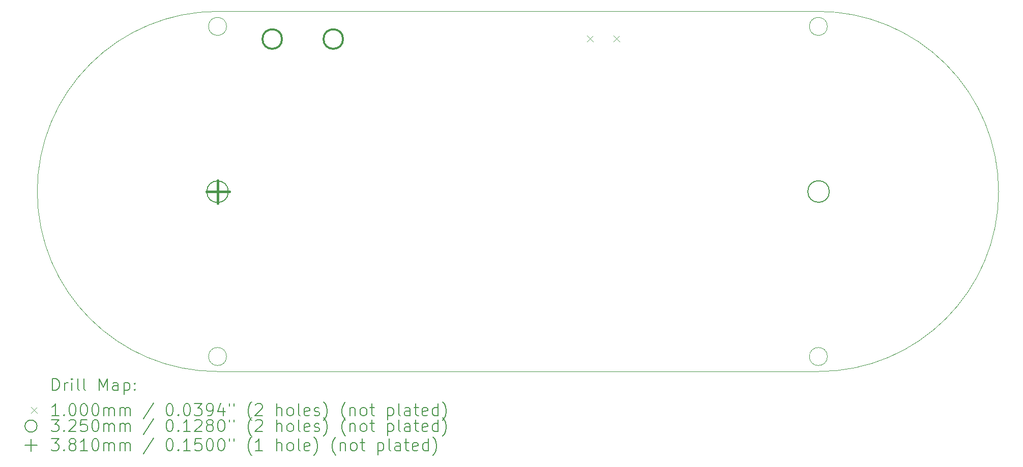
<source format=gbr>
%TF.GenerationSoftware,KiCad,Pcbnew,(6.0.7)*%
%TF.CreationDate,2022-08-17T15:13:06-05:00*%
%TF.ProjectId,Game_Cat_R3,47616d65-5f43-4617-945f-52332e6b6963,3.5*%
%TF.SameCoordinates,Original*%
%TF.FileFunction,Drillmap*%
%TF.FilePolarity,Positive*%
%FSLAX45Y45*%
G04 Gerber Fmt 4.5, Leading zero omitted, Abs format (unit mm)*
G04 Created by KiCad (PCBNEW (6.0.7)) date 2022-08-17 15:13:06*
%MOMM*%
%LPD*%
G01*
G04 APERTURE LIST*
%ADD10C,0.100000*%
%ADD11C,0.200000*%
%ADD12C,0.325000*%
%ADD13C,0.381000*%
G04 APERTURE END LIST*
D10*
X9273000Y-12655000D02*
G75*
G03*
X9273000Y-12655000I-150000J0D01*
G01*
X19273000Y-7155000D02*
G75*
G03*
X19273000Y-7155000I-150000J0D01*
G01*
X19273000Y-12655000D02*
G75*
G03*
X19273000Y-12655000I-150000J0D01*
G01*
D11*
X9303285Y-9909275D02*
G75*
G03*
X9303285Y-9909275I-179605J0D01*
G01*
X19305805Y-9906000D02*
G75*
G03*
X19305805Y-9906000I-179605J0D01*
G01*
D10*
X6123000Y-9905000D02*
G75*
G03*
X9123000Y-12905000I3000000J0D01*
G01*
X9123000Y-6905000D02*
G75*
G03*
X6123000Y-9905000I0J-3000000D01*
G01*
X19123000Y-12905000D02*
X9123000Y-12905000D01*
X22123000Y-9905000D02*
G75*
G03*
X19123000Y-6905000I-3000000J0D01*
G01*
X9123000Y-6905000D02*
X19123000Y-6905000D01*
X9273000Y-7155000D02*
G75*
G03*
X9273000Y-7155000I-150000J0D01*
G01*
X19123000Y-12905000D02*
G75*
G03*
X22123000Y-9905000I0J3000000D01*
G01*
D11*
D10*
X15275034Y-7308890D02*
X15375034Y-7408890D01*
X15375034Y-7308890D02*
X15275034Y-7408890D01*
X15715034Y-7308890D02*
X15815034Y-7408890D01*
X15815034Y-7308890D02*
X15715034Y-7408890D01*
D12*
X10196000Y-7366000D02*
G75*
G03*
X10196000Y-7366000I-162500J0D01*
G01*
X11212000Y-7366000D02*
G75*
G03*
X11212000Y-7366000I-162500J0D01*
G01*
D13*
X9127708Y-9718040D02*
X9127708Y-10099040D01*
X8937208Y-9908540D02*
X9318208Y-9908540D01*
D11*
X6375619Y-13220476D02*
X6375619Y-13020476D01*
X6423238Y-13020476D01*
X6451809Y-13030000D01*
X6470857Y-13049048D01*
X6480381Y-13068095D01*
X6489905Y-13106190D01*
X6489905Y-13134762D01*
X6480381Y-13172857D01*
X6470857Y-13191905D01*
X6451809Y-13210952D01*
X6423238Y-13220476D01*
X6375619Y-13220476D01*
X6575619Y-13220476D02*
X6575619Y-13087143D01*
X6575619Y-13125238D02*
X6585143Y-13106190D01*
X6594667Y-13096667D01*
X6613714Y-13087143D01*
X6632762Y-13087143D01*
X6699428Y-13220476D02*
X6699428Y-13087143D01*
X6699428Y-13020476D02*
X6689905Y-13030000D01*
X6699428Y-13039524D01*
X6708952Y-13030000D01*
X6699428Y-13020476D01*
X6699428Y-13039524D01*
X6823238Y-13220476D02*
X6804190Y-13210952D01*
X6794667Y-13191905D01*
X6794667Y-13020476D01*
X6928000Y-13220476D02*
X6908952Y-13210952D01*
X6899428Y-13191905D01*
X6899428Y-13020476D01*
X7156571Y-13220476D02*
X7156571Y-13020476D01*
X7223238Y-13163333D01*
X7289905Y-13020476D01*
X7289905Y-13220476D01*
X7470857Y-13220476D02*
X7470857Y-13115714D01*
X7461333Y-13096667D01*
X7442286Y-13087143D01*
X7404190Y-13087143D01*
X7385143Y-13096667D01*
X7470857Y-13210952D02*
X7451809Y-13220476D01*
X7404190Y-13220476D01*
X7385143Y-13210952D01*
X7375619Y-13191905D01*
X7375619Y-13172857D01*
X7385143Y-13153809D01*
X7404190Y-13144286D01*
X7451809Y-13144286D01*
X7470857Y-13134762D01*
X7566095Y-13087143D02*
X7566095Y-13287143D01*
X7566095Y-13096667D02*
X7585143Y-13087143D01*
X7623238Y-13087143D01*
X7642286Y-13096667D01*
X7651809Y-13106190D01*
X7661333Y-13125238D01*
X7661333Y-13182381D01*
X7651809Y-13201428D01*
X7642286Y-13210952D01*
X7623238Y-13220476D01*
X7585143Y-13220476D01*
X7566095Y-13210952D01*
X7747048Y-13201428D02*
X7756571Y-13210952D01*
X7747048Y-13220476D01*
X7737524Y-13210952D01*
X7747048Y-13201428D01*
X7747048Y-13220476D01*
X7747048Y-13096667D02*
X7756571Y-13106190D01*
X7747048Y-13115714D01*
X7737524Y-13106190D01*
X7747048Y-13096667D01*
X7747048Y-13115714D01*
D10*
X6018000Y-13500000D02*
X6118000Y-13600000D01*
X6118000Y-13500000D02*
X6018000Y-13600000D01*
D11*
X6480381Y-13640476D02*
X6366095Y-13640476D01*
X6423238Y-13640476D02*
X6423238Y-13440476D01*
X6404190Y-13469048D01*
X6385143Y-13488095D01*
X6366095Y-13497619D01*
X6566095Y-13621428D02*
X6575619Y-13630952D01*
X6566095Y-13640476D01*
X6556571Y-13630952D01*
X6566095Y-13621428D01*
X6566095Y-13640476D01*
X6699428Y-13440476D02*
X6718476Y-13440476D01*
X6737524Y-13450000D01*
X6747048Y-13459524D01*
X6756571Y-13478571D01*
X6766095Y-13516667D01*
X6766095Y-13564286D01*
X6756571Y-13602381D01*
X6747048Y-13621428D01*
X6737524Y-13630952D01*
X6718476Y-13640476D01*
X6699428Y-13640476D01*
X6680381Y-13630952D01*
X6670857Y-13621428D01*
X6661333Y-13602381D01*
X6651809Y-13564286D01*
X6651809Y-13516667D01*
X6661333Y-13478571D01*
X6670857Y-13459524D01*
X6680381Y-13450000D01*
X6699428Y-13440476D01*
X6889905Y-13440476D02*
X6908952Y-13440476D01*
X6928000Y-13450000D01*
X6937524Y-13459524D01*
X6947048Y-13478571D01*
X6956571Y-13516667D01*
X6956571Y-13564286D01*
X6947048Y-13602381D01*
X6937524Y-13621428D01*
X6928000Y-13630952D01*
X6908952Y-13640476D01*
X6889905Y-13640476D01*
X6870857Y-13630952D01*
X6861333Y-13621428D01*
X6851809Y-13602381D01*
X6842286Y-13564286D01*
X6842286Y-13516667D01*
X6851809Y-13478571D01*
X6861333Y-13459524D01*
X6870857Y-13450000D01*
X6889905Y-13440476D01*
X7080381Y-13440476D02*
X7099428Y-13440476D01*
X7118476Y-13450000D01*
X7128000Y-13459524D01*
X7137524Y-13478571D01*
X7147048Y-13516667D01*
X7147048Y-13564286D01*
X7137524Y-13602381D01*
X7128000Y-13621428D01*
X7118476Y-13630952D01*
X7099428Y-13640476D01*
X7080381Y-13640476D01*
X7061333Y-13630952D01*
X7051809Y-13621428D01*
X7042286Y-13602381D01*
X7032762Y-13564286D01*
X7032762Y-13516667D01*
X7042286Y-13478571D01*
X7051809Y-13459524D01*
X7061333Y-13450000D01*
X7080381Y-13440476D01*
X7232762Y-13640476D02*
X7232762Y-13507143D01*
X7232762Y-13526190D02*
X7242286Y-13516667D01*
X7261333Y-13507143D01*
X7289905Y-13507143D01*
X7308952Y-13516667D01*
X7318476Y-13535714D01*
X7318476Y-13640476D01*
X7318476Y-13535714D02*
X7328000Y-13516667D01*
X7347048Y-13507143D01*
X7375619Y-13507143D01*
X7394667Y-13516667D01*
X7404190Y-13535714D01*
X7404190Y-13640476D01*
X7499428Y-13640476D02*
X7499428Y-13507143D01*
X7499428Y-13526190D02*
X7508952Y-13516667D01*
X7528000Y-13507143D01*
X7556571Y-13507143D01*
X7575619Y-13516667D01*
X7585143Y-13535714D01*
X7585143Y-13640476D01*
X7585143Y-13535714D02*
X7594667Y-13516667D01*
X7613714Y-13507143D01*
X7642286Y-13507143D01*
X7661333Y-13516667D01*
X7670857Y-13535714D01*
X7670857Y-13640476D01*
X8061333Y-13430952D02*
X7889905Y-13688095D01*
X8318476Y-13440476D02*
X8337524Y-13440476D01*
X8356571Y-13450000D01*
X8366095Y-13459524D01*
X8375619Y-13478571D01*
X8385143Y-13516667D01*
X8385143Y-13564286D01*
X8375619Y-13602381D01*
X8366095Y-13621428D01*
X8356571Y-13630952D01*
X8337524Y-13640476D01*
X8318476Y-13640476D01*
X8299428Y-13630952D01*
X8289905Y-13621428D01*
X8280381Y-13602381D01*
X8270857Y-13564286D01*
X8270857Y-13516667D01*
X8280381Y-13478571D01*
X8289905Y-13459524D01*
X8299428Y-13450000D01*
X8318476Y-13440476D01*
X8470857Y-13621428D02*
X8480381Y-13630952D01*
X8470857Y-13640476D01*
X8461333Y-13630952D01*
X8470857Y-13621428D01*
X8470857Y-13640476D01*
X8604190Y-13440476D02*
X8623238Y-13440476D01*
X8642286Y-13450000D01*
X8651810Y-13459524D01*
X8661333Y-13478571D01*
X8670857Y-13516667D01*
X8670857Y-13564286D01*
X8661333Y-13602381D01*
X8651810Y-13621428D01*
X8642286Y-13630952D01*
X8623238Y-13640476D01*
X8604190Y-13640476D01*
X8585143Y-13630952D01*
X8575619Y-13621428D01*
X8566095Y-13602381D01*
X8556571Y-13564286D01*
X8556571Y-13516667D01*
X8566095Y-13478571D01*
X8575619Y-13459524D01*
X8585143Y-13450000D01*
X8604190Y-13440476D01*
X8737524Y-13440476D02*
X8861333Y-13440476D01*
X8794667Y-13516667D01*
X8823238Y-13516667D01*
X8842286Y-13526190D01*
X8851810Y-13535714D01*
X8861333Y-13554762D01*
X8861333Y-13602381D01*
X8851810Y-13621428D01*
X8842286Y-13630952D01*
X8823238Y-13640476D01*
X8766095Y-13640476D01*
X8747048Y-13630952D01*
X8737524Y-13621428D01*
X8956571Y-13640476D02*
X8994667Y-13640476D01*
X9013714Y-13630952D01*
X9023238Y-13621428D01*
X9042286Y-13592857D01*
X9051810Y-13554762D01*
X9051810Y-13478571D01*
X9042286Y-13459524D01*
X9032762Y-13450000D01*
X9013714Y-13440476D01*
X8975619Y-13440476D01*
X8956571Y-13450000D01*
X8947048Y-13459524D01*
X8937524Y-13478571D01*
X8937524Y-13526190D01*
X8947048Y-13545238D01*
X8956571Y-13554762D01*
X8975619Y-13564286D01*
X9013714Y-13564286D01*
X9032762Y-13554762D01*
X9042286Y-13545238D01*
X9051810Y-13526190D01*
X9223238Y-13507143D02*
X9223238Y-13640476D01*
X9175619Y-13430952D02*
X9128000Y-13573809D01*
X9251810Y-13573809D01*
X9318476Y-13440476D02*
X9318476Y-13478571D01*
X9394667Y-13440476D02*
X9394667Y-13478571D01*
X9689905Y-13716667D02*
X9680381Y-13707143D01*
X9661333Y-13678571D01*
X9651810Y-13659524D01*
X9642286Y-13630952D01*
X9632762Y-13583333D01*
X9632762Y-13545238D01*
X9642286Y-13497619D01*
X9651810Y-13469048D01*
X9661333Y-13450000D01*
X9680381Y-13421428D01*
X9689905Y-13411905D01*
X9756571Y-13459524D02*
X9766095Y-13450000D01*
X9785143Y-13440476D01*
X9832762Y-13440476D01*
X9851810Y-13450000D01*
X9861333Y-13459524D01*
X9870857Y-13478571D01*
X9870857Y-13497619D01*
X9861333Y-13526190D01*
X9747048Y-13640476D01*
X9870857Y-13640476D01*
X10108952Y-13640476D02*
X10108952Y-13440476D01*
X10194667Y-13640476D02*
X10194667Y-13535714D01*
X10185143Y-13516667D01*
X10166095Y-13507143D01*
X10137524Y-13507143D01*
X10118476Y-13516667D01*
X10108952Y-13526190D01*
X10318476Y-13640476D02*
X10299429Y-13630952D01*
X10289905Y-13621428D01*
X10280381Y-13602381D01*
X10280381Y-13545238D01*
X10289905Y-13526190D01*
X10299429Y-13516667D01*
X10318476Y-13507143D01*
X10347048Y-13507143D01*
X10366095Y-13516667D01*
X10375619Y-13526190D01*
X10385143Y-13545238D01*
X10385143Y-13602381D01*
X10375619Y-13621428D01*
X10366095Y-13630952D01*
X10347048Y-13640476D01*
X10318476Y-13640476D01*
X10499429Y-13640476D02*
X10480381Y-13630952D01*
X10470857Y-13611905D01*
X10470857Y-13440476D01*
X10651810Y-13630952D02*
X10632762Y-13640476D01*
X10594667Y-13640476D01*
X10575619Y-13630952D01*
X10566095Y-13611905D01*
X10566095Y-13535714D01*
X10575619Y-13516667D01*
X10594667Y-13507143D01*
X10632762Y-13507143D01*
X10651810Y-13516667D01*
X10661333Y-13535714D01*
X10661333Y-13554762D01*
X10566095Y-13573809D01*
X10737524Y-13630952D02*
X10756571Y-13640476D01*
X10794667Y-13640476D01*
X10813714Y-13630952D01*
X10823238Y-13611905D01*
X10823238Y-13602381D01*
X10813714Y-13583333D01*
X10794667Y-13573809D01*
X10766095Y-13573809D01*
X10747048Y-13564286D01*
X10737524Y-13545238D01*
X10737524Y-13535714D01*
X10747048Y-13516667D01*
X10766095Y-13507143D01*
X10794667Y-13507143D01*
X10813714Y-13516667D01*
X10889905Y-13716667D02*
X10899429Y-13707143D01*
X10918476Y-13678571D01*
X10928000Y-13659524D01*
X10937524Y-13630952D01*
X10947048Y-13583333D01*
X10947048Y-13545238D01*
X10937524Y-13497619D01*
X10928000Y-13469048D01*
X10918476Y-13450000D01*
X10899429Y-13421428D01*
X10889905Y-13411905D01*
X11251809Y-13716667D02*
X11242286Y-13707143D01*
X11223238Y-13678571D01*
X11213714Y-13659524D01*
X11204190Y-13630952D01*
X11194667Y-13583333D01*
X11194667Y-13545238D01*
X11204190Y-13497619D01*
X11213714Y-13469048D01*
X11223238Y-13450000D01*
X11242286Y-13421428D01*
X11251809Y-13411905D01*
X11328000Y-13507143D02*
X11328000Y-13640476D01*
X11328000Y-13526190D02*
X11337524Y-13516667D01*
X11356571Y-13507143D01*
X11385143Y-13507143D01*
X11404190Y-13516667D01*
X11413714Y-13535714D01*
X11413714Y-13640476D01*
X11537524Y-13640476D02*
X11518476Y-13630952D01*
X11508952Y-13621428D01*
X11499428Y-13602381D01*
X11499428Y-13545238D01*
X11508952Y-13526190D01*
X11518476Y-13516667D01*
X11537524Y-13507143D01*
X11566095Y-13507143D01*
X11585143Y-13516667D01*
X11594667Y-13526190D01*
X11604190Y-13545238D01*
X11604190Y-13602381D01*
X11594667Y-13621428D01*
X11585143Y-13630952D01*
X11566095Y-13640476D01*
X11537524Y-13640476D01*
X11661333Y-13507143D02*
X11737524Y-13507143D01*
X11689905Y-13440476D02*
X11689905Y-13611905D01*
X11699428Y-13630952D01*
X11718476Y-13640476D01*
X11737524Y-13640476D01*
X11956571Y-13507143D02*
X11956571Y-13707143D01*
X11956571Y-13516667D02*
X11975619Y-13507143D01*
X12013714Y-13507143D01*
X12032762Y-13516667D01*
X12042286Y-13526190D01*
X12051809Y-13545238D01*
X12051809Y-13602381D01*
X12042286Y-13621428D01*
X12032762Y-13630952D01*
X12013714Y-13640476D01*
X11975619Y-13640476D01*
X11956571Y-13630952D01*
X12166095Y-13640476D02*
X12147048Y-13630952D01*
X12137524Y-13611905D01*
X12137524Y-13440476D01*
X12328000Y-13640476D02*
X12328000Y-13535714D01*
X12318476Y-13516667D01*
X12299428Y-13507143D01*
X12261333Y-13507143D01*
X12242286Y-13516667D01*
X12328000Y-13630952D02*
X12308952Y-13640476D01*
X12261333Y-13640476D01*
X12242286Y-13630952D01*
X12232762Y-13611905D01*
X12232762Y-13592857D01*
X12242286Y-13573809D01*
X12261333Y-13564286D01*
X12308952Y-13564286D01*
X12328000Y-13554762D01*
X12394667Y-13507143D02*
X12470857Y-13507143D01*
X12423238Y-13440476D02*
X12423238Y-13611905D01*
X12432762Y-13630952D01*
X12451809Y-13640476D01*
X12470857Y-13640476D01*
X12613714Y-13630952D02*
X12594667Y-13640476D01*
X12556571Y-13640476D01*
X12537524Y-13630952D01*
X12528000Y-13611905D01*
X12528000Y-13535714D01*
X12537524Y-13516667D01*
X12556571Y-13507143D01*
X12594667Y-13507143D01*
X12613714Y-13516667D01*
X12623238Y-13535714D01*
X12623238Y-13554762D01*
X12528000Y-13573809D01*
X12794667Y-13640476D02*
X12794667Y-13440476D01*
X12794667Y-13630952D02*
X12775619Y-13640476D01*
X12737524Y-13640476D01*
X12718476Y-13630952D01*
X12708952Y-13621428D01*
X12699428Y-13602381D01*
X12699428Y-13545238D01*
X12708952Y-13526190D01*
X12718476Y-13516667D01*
X12737524Y-13507143D01*
X12775619Y-13507143D01*
X12794667Y-13516667D01*
X12870857Y-13716667D02*
X12880381Y-13707143D01*
X12899428Y-13678571D01*
X12908952Y-13659524D01*
X12918476Y-13630952D01*
X12928000Y-13583333D01*
X12928000Y-13545238D01*
X12918476Y-13497619D01*
X12908952Y-13469048D01*
X12899428Y-13450000D01*
X12880381Y-13421428D01*
X12870857Y-13411905D01*
X6118000Y-13814000D02*
G75*
G03*
X6118000Y-13814000I-100000J0D01*
G01*
X6356571Y-13704476D02*
X6480381Y-13704476D01*
X6413714Y-13780667D01*
X6442286Y-13780667D01*
X6461333Y-13790190D01*
X6470857Y-13799714D01*
X6480381Y-13818762D01*
X6480381Y-13866381D01*
X6470857Y-13885428D01*
X6461333Y-13894952D01*
X6442286Y-13904476D01*
X6385143Y-13904476D01*
X6366095Y-13894952D01*
X6356571Y-13885428D01*
X6566095Y-13885428D02*
X6575619Y-13894952D01*
X6566095Y-13904476D01*
X6556571Y-13894952D01*
X6566095Y-13885428D01*
X6566095Y-13904476D01*
X6651809Y-13723524D02*
X6661333Y-13714000D01*
X6680381Y-13704476D01*
X6728000Y-13704476D01*
X6747048Y-13714000D01*
X6756571Y-13723524D01*
X6766095Y-13742571D01*
X6766095Y-13761619D01*
X6756571Y-13790190D01*
X6642286Y-13904476D01*
X6766095Y-13904476D01*
X6947048Y-13704476D02*
X6851809Y-13704476D01*
X6842286Y-13799714D01*
X6851809Y-13790190D01*
X6870857Y-13780667D01*
X6918476Y-13780667D01*
X6937524Y-13790190D01*
X6947048Y-13799714D01*
X6956571Y-13818762D01*
X6956571Y-13866381D01*
X6947048Y-13885428D01*
X6937524Y-13894952D01*
X6918476Y-13904476D01*
X6870857Y-13904476D01*
X6851809Y-13894952D01*
X6842286Y-13885428D01*
X7080381Y-13704476D02*
X7099428Y-13704476D01*
X7118476Y-13714000D01*
X7128000Y-13723524D01*
X7137524Y-13742571D01*
X7147048Y-13780667D01*
X7147048Y-13828286D01*
X7137524Y-13866381D01*
X7128000Y-13885428D01*
X7118476Y-13894952D01*
X7099428Y-13904476D01*
X7080381Y-13904476D01*
X7061333Y-13894952D01*
X7051809Y-13885428D01*
X7042286Y-13866381D01*
X7032762Y-13828286D01*
X7032762Y-13780667D01*
X7042286Y-13742571D01*
X7051809Y-13723524D01*
X7061333Y-13714000D01*
X7080381Y-13704476D01*
X7232762Y-13904476D02*
X7232762Y-13771143D01*
X7232762Y-13790190D02*
X7242286Y-13780667D01*
X7261333Y-13771143D01*
X7289905Y-13771143D01*
X7308952Y-13780667D01*
X7318476Y-13799714D01*
X7318476Y-13904476D01*
X7318476Y-13799714D02*
X7328000Y-13780667D01*
X7347048Y-13771143D01*
X7375619Y-13771143D01*
X7394667Y-13780667D01*
X7404190Y-13799714D01*
X7404190Y-13904476D01*
X7499428Y-13904476D02*
X7499428Y-13771143D01*
X7499428Y-13790190D02*
X7508952Y-13780667D01*
X7528000Y-13771143D01*
X7556571Y-13771143D01*
X7575619Y-13780667D01*
X7585143Y-13799714D01*
X7585143Y-13904476D01*
X7585143Y-13799714D02*
X7594667Y-13780667D01*
X7613714Y-13771143D01*
X7642286Y-13771143D01*
X7661333Y-13780667D01*
X7670857Y-13799714D01*
X7670857Y-13904476D01*
X8061333Y-13694952D02*
X7889905Y-13952095D01*
X8318476Y-13704476D02*
X8337524Y-13704476D01*
X8356571Y-13714000D01*
X8366095Y-13723524D01*
X8375619Y-13742571D01*
X8385143Y-13780667D01*
X8385143Y-13828286D01*
X8375619Y-13866381D01*
X8366095Y-13885428D01*
X8356571Y-13894952D01*
X8337524Y-13904476D01*
X8318476Y-13904476D01*
X8299428Y-13894952D01*
X8289905Y-13885428D01*
X8280381Y-13866381D01*
X8270857Y-13828286D01*
X8270857Y-13780667D01*
X8280381Y-13742571D01*
X8289905Y-13723524D01*
X8299428Y-13714000D01*
X8318476Y-13704476D01*
X8470857Y-13885428D02*
X8480381Y-13894952D01*
X8470857Y-13904476D01*
X8461333Y-13894952D01*
X8470857Y-13885428D01*
X8470857Y-13904476D01*
X8670857Y-13904476D02*
X8556571Y-13904476D01*
X8613714Y-13904476D02*
X8613714Y-13704476D01*
X8594667Y-13733048D01*
X8575619Y-13752095D01*
X8556571Y-13761619D01*
X8747048Y-13723524D02*
X8756571Y-13714000D01*
X8775619Y-13704476D01*
X8823238Y-13704476D01*
X8842286Y-13714000D01*
X8851810Y-13723524D01*
X8861333Y-13742571D01*
X8861333Y-13761619D01*
X8851810Y-13790190D01*
X8737524Y-13904476D01*
X8861333Y-13904476D01*
X8975619Y-13790190D02*
X8956571Y-13780667D01*
X8947048Y-13771143D01*
X8937524Y-13752095D01*
X8937524Y-13742571D01*
X8947048Y-13723524D01*
X8956571Y-13714000D01*
X8975619Y-13704476D01*
X9013714Y-13704476D01*
X9032762Y-13714000D01*
X9042286Y-13723524D01*
X9051810Y-13742571D01*
X9051810Y-13752095D01*
X9042286Y-13771143D01*
X9032762Y-13780667D01*
X9013714Y-13790190D01*
X8975619Y-13790190D01*
X8956571Y-13799714D01*
X8947048Y-13809238D01*
X8937524Y-13828286D01*
X8937524Y-13866381D01*
X8947048Y-13885428D01*
X8956571Y-13894952D01*
X8975619Y-13904476D01*
X9013714Y-13904476D01*
X9032762Y-13894952D01*
X9042286Y-13885428D01*
X9051810Y-13866381D01*
X9051810Y-13828286D01*
X9042286Y-13809238D01*
X9032762Y-13799714D01*
X9013714Y-13790190D01*
X9175619Y-13704476D02*
X9194667Y-13704476D01*
X9213714Y-13714000D01*
X9223238Y-13723524D01*
X9232762Y-13742571D01*
X9242286Y-13780667D01*
X9242286Y-13828286D01*
X9232762Y-13866381D01*
X9223238Y-13885428D01*
X9213714Y-13894952D01*
X9194667Y-13904476D01*
X9175619Y-13904476D01*
X9156571Y-13894952D01*
X9147048Y-13885428D01*
X9137524Y-13866381D01*
X9128000Y-13828286D01*
X9128000Y-13780667D01*
X9137524Y-13742571D01*
X9147048Y-13723524D01*
X9156571Y-13714000D01*
X9175619Y-13704476D01*
X9318476Y-13704476D02*
X9318476Y-13742571D01*
X9394667Y-13704476D02*
X9394667Y-13742571D01*
X9689905Y-13980667D02*
X9680381Y-13971143D01*
X9661333Y-13942571D01*
X9651810Y-13923524D01*
X9642286Y-13894952D01*
X9632762Y-13847333D01*
X9632762Y-13809238D01*
X9642286Y-13761619D01*
X9651810Y-13733048D01*
X9661333Y-13714000D01*
X9680381Y-13685428D01*
X9689905Y-13675905D01*
X9756571Y-13723524D02*
X9766095Y-13714000D01*
X9785143Y-13704476D01*
X9832762Y-13704476D01*
X9851810Y-13714000D01*
X9861333Y-13723524D01*
X9870857Y-13742571D01*
X9870857Y-13761619D01*
X9861333Y-13790190D01*
X9747048Y-13904476D01*
X9870857Y-13904476D01*
X10108952Y-13904476D02*
X10108952Y-13704476D01*
X10194667Y-13904476D02*
X10194667Y-13799714D01*
X10185143Y-13780667D01*
X10166095Y-13771143D01*
X10137524Y-13771143D01*
X10118476Y-13780667D01*
X10108952Y-13790190D01*
X10318476Y-13904476D02*
X10299429Y-13894952D01*
X10289905Y-13885428D01*
X10280381Y-13866381D01*
X10280381Y-13809238D01*
X10289905Y-13790190D01*
X10299429Y-13780667D01*
X10318476Y-13771143D01*
X10347048Y-13771143D01*
X10366095Y-13780667D01*
X10375619Y-13790190D01*
X10385143Y-13809238D01*
X10385143Y-13866381D01*
X10375619Y-13885428D01*
X10366095Y-13894952D01*
X10347048Y-13904476D01*
X10318476Y-13904476D01*
X10499429Y-13904476D02*
X10480381Y-13894952D01*
X10470857Y-13875905D01*
X10470857Y-13704476D01*
X10651810Y-13894952D02*
X10632762Y-13904476D01*
X10594667Y-13904476D01*
X10575619Y-13894952D01*
X10566095Y-13875905D01*
X10566095Y-13799714D01*
X10575619Y-13780667D01*
X10594667Y-13771143D01*
X10632762Y-13771143D01*
X10651810Y-13780667D01*
X10661333Y-13799714D01*
X10661333Y-13818762D01*
X10566095Y-13837809D01*
X10737524Y-13894952D02*
X10756571Y-13904476D01*
X10794667Y-13904476D01*
X10813714Y-13894952D01*
X10823238Y-13875905D01*
X10823238Y-13866381D01*
X10813714Y-13847333D01*
X10794667Y-13837809D01*
X10766095Y-13837809D01*
X10747048Y-13828286D01*
X10737524Y-13809238D01*
X10737524Y-13799714D01*
X10747048Y-13780667D01*
X10766095Y-13771143D01*
X10794667Y-13771143D01*
X10813714Y-13780667D01*
X10889905Y-13980667D02*
X10899429Y-13971143D01*
X10918476Y-13942571D01*
X10928000Y-13923524D01*
X10937524Y-13894952D01*
X10947048Y-13847333D01*
X10947048Y-13809238D01*
X10937524Y-13761619D01*
X10928000Y-13733048D01*
X10918476Y-13714000D01*
X10899429Y-13685428D01*
X10889905Y-13675905D01*
X11251809Y-13980667D02*
X11242286Y-13971143D01*
X11223238Y-13942571D01*
X11213714Y-13923524D01*
X11204190Y-13894952D01*
X11194667Y-13847333D01*
X11194667Y-13809238D01*
X11204190Y-13761619D01*
X11213714Y-13733048D01*
X11223238Y-13714000D01*
X11242286Y-13685428D01*
X11251809Y-13675905D01*
X11328000Y-13771143D02*
X11328000Y-13904476D01*
X11328000Y-13790190D02*
X11337524Y-13780667D01*
X11356571Y-13771143D01*
X11385143Y-13771143D01*
X11404190Y-13780667D01*
X11413714Y-13799714D01*
X11413714Y-13904476D01*
X11537524Y-13904476D02*
X11518476Y-13894952D01*
X11508952Y-13885428D01*
X11499428Y-13866381D01*
X11499428Y-13809238D01*
X11508952Y-13790190D01*
X11518476Y-13780667D01*
X11537524Y-13771143D01*
X11566095Y-13771143D01*
X11585143Y-13780667D01*
X11594667Y-13790190D01*
X11604190Y-13809238D01*
X11604190Y-13866381D01*
X11594667Y-13885428D01*
X11585143Y-13894952D01*
X11566095Y-13904476D01*
X11537524Y-13904476D01*
X11661333Y-13771143D02*
X11737524Y-13771143D01*
X11689905Y-13704476D02*
X11689905Y-13875905D01*
X11699428Y-13894952D01*
X11718476Y-13904476D01*
X11737524Y-13904476D01*
X11956571Y-13771143D02*
X11956571Y-13971143D01*
X11956571Y-13780667D02*
X11975619Y-13771143D01*
X12013714Y-13771143D01*
X12032762Y-13780667D01*
X12042286Y-13790190D01*
X12051809Y-13809238D01*
X12051809Y-13866381D01*
X12042286Y-13885428D01*
X12032762Y-13894952D01*
X12013714Y-13904476D01*
X11975619Y-13904476D01*
X11956571Y-13894952D01*
X12166095Y-13904476D02*
X12147048Y-13894952D01*
X12137524Y-13875905D01*
X12137524Y-13704476D01*
X12328000Y-13904476D02*
X12328000Y-13799714D01*
X12318476Y-13780667D01*
X12299428Y-13771143D01*
X12261333Y-13771143D01*
X12242286Y-13780667D01*
X12328000Y-13894952D02*
X12308952Y-13904476D01*
X12261333Y-13904476D01*
X12242286Y-13894952D01*
X12232762Y-13875905D01*
X12232762Y-13856857D01*
X12242286Y-13837809D01*
X12261333Y-13828286D01*
X12308952Y-13828286D01*
X12328000Y-13818762D01*
X12394667Y-13771143D02*
X12470857Y-13771143D01*
X12423238Y-13704476D02*
X12423238Y-13875905D01*
X12432762Y-13894952D01*
X12451809Y-13904476D01*
X12470857Y-13904476D01*
X12613714Y-13894952D02*
X12594667Y-13904476D01*
X12556571Y-13904476D01*
X12537524Y-13894952D01*
X12528000Y-13875905D01*
X12528000Y-13799714D01*
X12537524Y-13780667D01*
X12556571Y-13771143D01*
X12594667Y-13771143D01*
X12613714Y-13780667D01*
X12623238Y-13799714D01*
X12623238Y-13818762D01*
X12528000Y-13837809D01*
X12794667Y-13904476D02*
X12794667Y-13704476D01*
X12794667Y-13894952D02*
X12775619Y-13904476D01*
X12737524Y-13904476D01*
X12718476Y-13894952D01*
X12708952Y-13885428D01*
X12699428Y-13866381D01*
X12699428Y-13809238D01*
X12708952Y-13790190D01*
X12718476Y-13780667D01*
X12737524Y-13771143D01*
X12775619Y-13771143D01*
X12794667Y-13780667D01*
X12870857Y-13980667D02*
X12880381Y-13971143D01*
X12899428Y-13942571D01*
X12908952Y-13923524D01*
X12918476Y-13894952D01*
X12928000Y-13847333D01*
X12928000Y-13809238D01*
X12918476Y-13761619D01*
X12908952Y-13733048D01*
X12899428Y-13714000D01*
X12880381Y-13685428D01*
X12870857Y-13675905D01*
X6018000Y-14034000D02*
X6018000Y-14234000D01*
X5918000Y-14134000D02*
X6118000Y-14134000D01*
X6356571Y-14024476D02*
X6480381Y-14024476D01*
X6413714Y-14100667D01*
X6442286Y-14100667D01*
X6461333Y-14110190D01*
X6470857Y-14119714D01*
X6480381Y-14138762D01*
X6480381Y-14186381D01*
X6470857Y-14205428D01*
X6461333Y-14214952D01*
X6442286Y-14224476D01*
X6385143Y-14224476D01*
X6366095Y-14214952D01*
X6356571Y-14205428D01*
X6566095Y-14205428D02*
X6575619Y-14214952D01*
X6566095Y-14224476D01*
X6556571Y-14214952D01*
X6566095Y-14205428D01*
X6566095Y-14224476D01*
X6689905Y-14110190D02*
X6670857Y-14100667D01*
X6661333Y-14091143D01*
X6651809Y-14072095D01*
X6651809Y-14062571D01*
X6661333Y-14043524D01*
X6670857Y-14034000D01*
X6689905Y-14024476D01*
X6728000Y-14024476D01*
X6747048Y-14034000D01*
X6756571Y-14043524D01*
X6766095Y-14062571D01*
X6766095Y-14072095D01*
X6756571Y-14091143D01*
X6747048Y-14100667D01*
X6728000Y-14110190D01*
X6689905Y-14110190D01*
X6670857Y-14119714D01*
X6661333Y-14129238D01*
X6651809Y-14148286D01*
X6651809Y-14186381D01*
X6661333Y-14205428D01*
X6670857Y-14214952D01*
X6689905Y-14224476D01*
X6728000Y-14224476D01*
X6747048Y-14214952D01*
X6756571Y-14205428D01*
X6766095Y-14186381D01*
X6766095Y-14148286D01*
X6756571Y-14129238D01*
X6747048Y-14119714D01*
X6728000Y-14110190D01*
X6956571Y-14224476D02*
X6842286Y-14224476D01*
X6899428Y-14224476D02*
X6899428Y-14024476D01*
X6880381Y-14053048D01*
X6861333Y-14072095D01*
X6842286Y-14081619D01*
X7080381Y-14024476D02*
X7099428Y-14024476D01*
X7118476Y-14034000D01*
X7128000Y-14043524D01*
X7137524Y-14062571D01*
X7147048Y-14100667D01*
X7147048Y-14148286D01*
X7137524Y-14186381D01*
X7128000Y-14205428D01*
X7118476Y-14214952D01*
X7099428Y-14224476D01*
X7080381Y-14224476D01*
X7061333Y-14214952D01*
X7051809Y-14205428D01*
X7042286Y-14186381D01*
X7032762Y-14148286D01*
X7032762Y-14100667D01*
X7042286Y-14062571D01*
X7051809Y-14043524D01*
X7061333Y-14034000D01*
X7080381Y-14024476D01*
X7232762Y-14224476D02*
X7232762Y-14091143D01*
X7232762Y-14110190D02*
X7242286Y-14100667D01*
X7261333Y-14091143D01*
X7289905Y-14091143D01*
X7308952Y-14100667D01*
X7318476Y-14119714D01*
X7318476Y-14224476D01*
X7318476Y-14119714D02*
X7328000Y-14100667D01*
X7347048Y-14091143D01*
X7375619Y-14091143D01*
X7394667Y-14100667D01*
X7404190Y-14119714D01*
X7404190Y-14224476D01*
X7499428Y-14224476D02*
X7499428Y-14091143D01*
X7499428Y-14110190D02*
X7508952Y-14100667D01*
X7528000Y-14091143D01*
X7556571Y-14091143D01*
X7575619Y-14100667D01*
X7585143Y-14119714D01*
X7585143Y-14224476D01*
X7585143Y-14119714D02*
X7594667Y-14100667D01*
X7613714Y-14091143D01*
X7642286Y-14091143D01*
X7661333Y-14100667D01*
X7670857Y-14119714D01*
X7670857Y-14224476D01*
X8061333Y-14014952D02*
X7889905Y-14272095D01*
X8318476Y-14024476D02*
X8337524Y-14024476D01*
X8356571Y-14034000D01*
X8366095Y-14043524D01*
X8375619Y-14062571D01*
X8385143Y-14100667D01*
X8385143Y-14148286D01*
X8375619Y-14186381D01*
X8366095Y-14205428D01*
X8356571Y-14214952D01*
X8337524Y-14224476D01*
X8318476Y-14224476D01*
X8299428Y-14214952D01*
X8289905Y-14205428D01*
X8280381Y-14186381D01*
X8270857Y-14148286D01*
X8270857Y-14100667D01*
X8280381Y-14062571D01*
X8289905Y-14043524D01*
X8299428Y-14034000D01*
X8318476Y-14024476D01*
X8470857Y-14205428D02*
X8480381Y-14214952D01*
X8470857Y-14224476D01*
X8461333Y-14214952D01*
X8470857Y-14205428D01*
X8470857Y-14224476D01*
X8670857Y-14224476D02*
X8556571Y-14224476D01*
X8613714Y-14224476D02*
X8613714Y-14024476D01*
X8594667Y-14053048D01*
X8575619Y-14072095D01*
X8556571Y-14081619D01*
X8851810Y-14024476D02*
X8756571Y-14024476D01*
X8747048Y-14119714D01*
X8756571Y-14110190D01*
X8775619Y-14100667D01*
X8823238Y-14100667D01*
X8842286Y-14110190D01*
X8851810Y-14119714D01*
X8861333Y-14138762D01*
X8861333Y-14186381D01*
X8851810Y-14205428D01*
X8842286Y-14214952D01*
X8823238Y-14224476D01*
X8775619Y-14224476D01*
X8756571Y-14214952D01*
X8747048Y-14205428D01*
X8985143Y-14024476D02*
X9004190Y-14024476D01*
X9023238Y-14034000D01*
X9032762Y-14043524D01*
X9042286Y-14062571D01*
X9051810Y-14100667D01*
X9051810Y-14148286D01*
X9042286Y-14186381D01*
X9032762Y-14205428D01*
X9023238Y-14214952D01*
X9004190Y-14224476D01*
X8985143Y-14224476D01*
X8966095Y-14214952D01*
X8956571Y-14205428D01*
X8947048Y-14186381D01*
X8937524Y-14148286D01*
X8937524Y-14100667D01*
X8947048Y-14062571D01*
X8956571Y-14043524D01*
X8966095Y-14034000D01*
X8985143Y-14024476D01*
X9175619Y-14024476D02*
X9194667Y-14024476D01*
X9213714Y-14034000D01*
X9223238Y-14043524D01*
X9232762Y-14062571D01*
X9242286Y-14100667D01*
X9242286Y-14148286D01*
X9232762Y-14186381D01*
X9223238Y-14205428D01*
X9213714Y-14214952D01*
X9194667Y-14224476D01*
X9175619Y-14224476D01*
X9156571Y-14214952D01*
X9147048Y-14205428D01*
X9137524Y-14186381D01*
X9128000Y-14148286D01*
X9128000Y-14100667D01*
X9137524Y-14062571D01*
X9147048Y-14043524D01*
X9156571Y-14034000D01*
X9175619Y-14024476D01*
X9318476Y-14024476D02*
X9318476Y-14062571D01*
X9394667Y-14024476D02*
X9394667Y-14062571D01*
X9689905Y-14300667D02*
X9680381Y-14291143D01*
X9661333Y-14262571D01*
X9651810Y-14243524D01*
X9642286Y-14214952D01*
X9632762Y-14167333D01*
X9632762Y-14129238D01*
X9642286Y-14081619D01*
X9651810Y-14053048D01*
X9661333Y-14034000D01*
X9680381Y-14005428D01*
X9689905Y-13995905D01*
X9870857Y-14224476D02*
X9756571Y-14224476D01*
X9813714Y-14224476D02*
X9813714Y-14024476D01*
X9794667Y-14053048D01*
X9775619Y-14072095D01*
X9756571Y-14081619D01*
X10108952Y-14224476D02*
X10108952Y-14024476D01*
X10194667Y-14224476D02*
X10194667Y-14119714D01*
X10185143Y-14100667D01*
X10166095Y-14091143D01*
X10137524Y-14091143D01*
X10118476Y-14100667D01*
X10108952Y-14110190D01*
X10318476Y-14224476D02*
X10299429Y-14214952D01*
X10289905Y-14205428D01*
X10280381Y-14186381D01*
X10280381Y-14129238D01*
X10289905Y-14110190D01*
X10299429Y-14100667D01*
X10318476Y-14091143D01*
X10347048Y-14091143D01*
X10366095Y-14100667D01*
X10375619Y-14110190D01*
X10385143Y-14129238D01*
X10385143Y-14186381D01*
X10375619Y-14205428D01*
X10366095Y-14214952D01*
X10347048Y-14224476D01*
X10318476Y-14224476D01*
X10499429Y-14224476D02*
X10480381Y-14214952D01*
X10470857Y-14195905D01*
X10470857Y-14024476D01*
X10651810Y-14214952D02*
X10632762Y-14224476D01*
X10594667Y-14224476D01*
X10575619Y-14214952D01*
X10566095Y-14195905D01*
X10566095Y-14119714D01*
X10575619Y-14100667D01*
X10594667Y-14091143D01*
X10632762Y-14091143D01*
X10651810Y-14100667D01*
X10661333Y-14119714D01*
X10661333Y-14138762D01*
X10566095Y-14157809D01*
X10728000Y-14300667D02*
X10737524Y-14291143D01*
X10756571Y-14262571D01*
X10766095Y-14243524D01*
X10775619Y-14214952D01*
X10785143Y-14167333D01*
X10785143Y-14129238D01*
X10775619Y-14081619D01*
X10766095Y-14053048D01*
X10756571Y-14034000D01*
X10737524Y-14005428D01*
X10728000Y-13995905D01*
X11089905Y-14300667D02*
X11080381Y-14291143D01*
X11061333Y-14262571D01*
X11051810Y-14243524D01*
X11042286Y-14214952D01*
X11032762Y-14167333D01*
X11032762Y-14129238D01*
X11042286Y-14081619D01*
X11051810Y-14053048D01*
X11061333Y-14034000D01*
X11080381Y-14005428D01*
X11089905Y-13995905D01*
X11166095Y-14091143D02*
X11166095Y-14224476D01*
X11166095Y-14110190D02*
X11175619Y-14100667D01*
X11194667Y-14091143D01*
X11223238Y-14091143D01*
X11242286Y-14100667D01*
X11251809Y-14119714D01*
X11251809Y-14224476D01*
X11375619Y-14224476D02*
X11356571Y-14214952D01*
X11347048Y-14205428D01*
X11337524Y-14186381D01*
X11337524Y-14129238D01*
X11347048Y-14110190D01*
X11356571Y-14100667D01*
X11375619Y-14091143D01*
X11404190Y-14091143D01*
X11423238Y-14100667D01*
X11432762Y-14110190D01*
X11442286Y-14129238D01*
X11442286Y-14186381D01*
X11432762Y-14205428D01*
X11423238Y-14214952D01*
X11404190Y-14224476D01*
X11375619Y-14224476D01*
X11499428Y-14091143D02*
X11575619Y-14091143D01*
X11528000Y-14024476D02*
X11528000Y-14195905D01*
X11537524Y-14214952D01*
X11556571Y-14224476D01*
X11575619Y-14224476D01*
X11794667Y-14091143D02*
X11794667Y-14291143D01*
X11794667Y-14100667D02*
X11813714Y-14091143D01*
X11851809Y-14091143D01*
X11870857Y-14100667D01*
X11880381Y-14110190D01*
X11889905Y-14129238D01*
X11889905Y-14186381D01*
X11880381Y-14205428D01*
X11870857Y-14214952D01*
X11851809Y-14224476D01*
X11813714Y-14224476D01*
X11794667Y-14214952D01*
X12004190Y-14224476D02*
X11985143Y-14214952D01*
X11975619Y-14195905D01*
X11975619Y-14024476D01*
X12166095Y-14224476D02*
X12166095Y-14119714D01*
X12156571Y-14100667D01*
X12137524Y-14091143D01*
X12099428Y-14091143D01*
X12080381Y-14100667D01*
X12166095Y-14214952D02*
X12147048Y-14224476D01*
X12099428Y-14224476D01*
X12080381Y-14214952D01*
X12070857Y-14195905D01*
X12070857Y-14176857D01*
X12080381Y-14157809D01*
X12099428Y-14148286D01*
X12147048Y-14148286D01*
X12166095Y-14138762D01*
X12232762Y-14091143D02*
X12308952Y-14091143D01*
X12261333Y-14024476D02*
X12261333Y-14195905D01*
X12270857Y-14214952D01*
X12289905Y-14224476D01*
X12308952Y-14224476D01*
X12451809Y-14214952D02*
X12432762Y-14224476D01*
X12394667Y-14224476D01*
X12375619Y-14214952D01*
X12366095Y-14195905D01*
X12366095Y-14119714D01*
X12375619Y-14100667D01*
X12394667Y-14091143D01*
X12432762Y-14091143D01*
X12451809Y-14100667D01*
X12461333Y-14119714D01*
X12461333Y-14138762D01*
X12366095Y-14157809D01*
X12632762Y-14224476D02*
X12632762Y-14024476D01*
X12632762Y-14214952D02*
X12613714Y-14224476D01*
X12575619Y-14224476D01*
X12556571Y-14214952D01*
X12547048Y-14205428D01*
X12537524Y-14186381D01*
X12537524Y-14129238D01*
X12547048Y-14110190D01*
X12556571Y-14100667D01*
X12575619Y-14091143D01*
X12613714Y-14091143D01*
X12632762Y-14100667D01*
X12708952Y-14300667D02*
X12718476Y-14291143D01*
X12737524Y-14262571D01*
X12747048Y-14243524D01*
X12756571Y-14214952D01*
X12766095Y-14167333D01*
X12766095Y-14129238D01*
X12756571Y-14081619D01*
X12747048Y-14053048D01*
X12737524Y-14034000D01*
X12718476Y-14005428D01*
X12708952Y-13995905D01*
M02*

</source>
